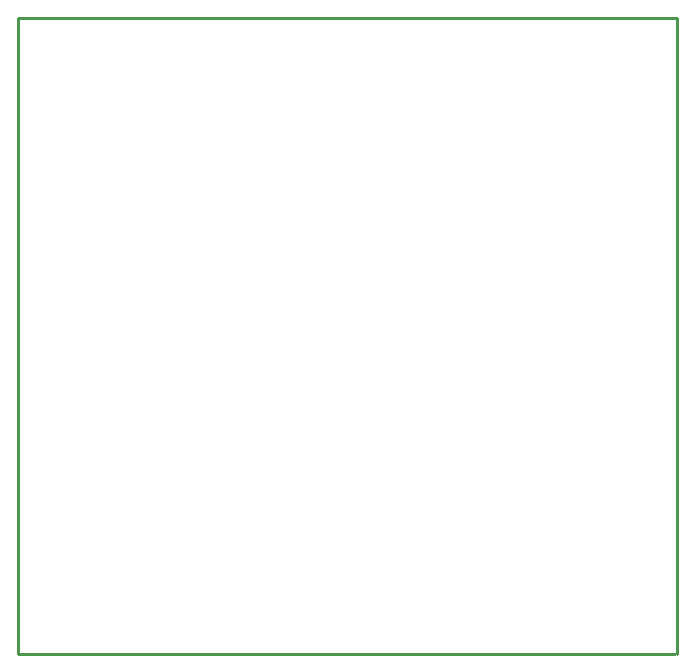
<source format=gko>
G04 Layer_Color=16711935*
%FSTAX24Y24*%
%MOIN*%
G70*
G01*
G75*
%ADD33C,0.0100*%
D33*
X0308Y01955D02*
Y04075D01*
X05275D01*
X0308Y01955D02*
X0527D01*
X05275D02*
Y04075D01*
M02*

</source>
